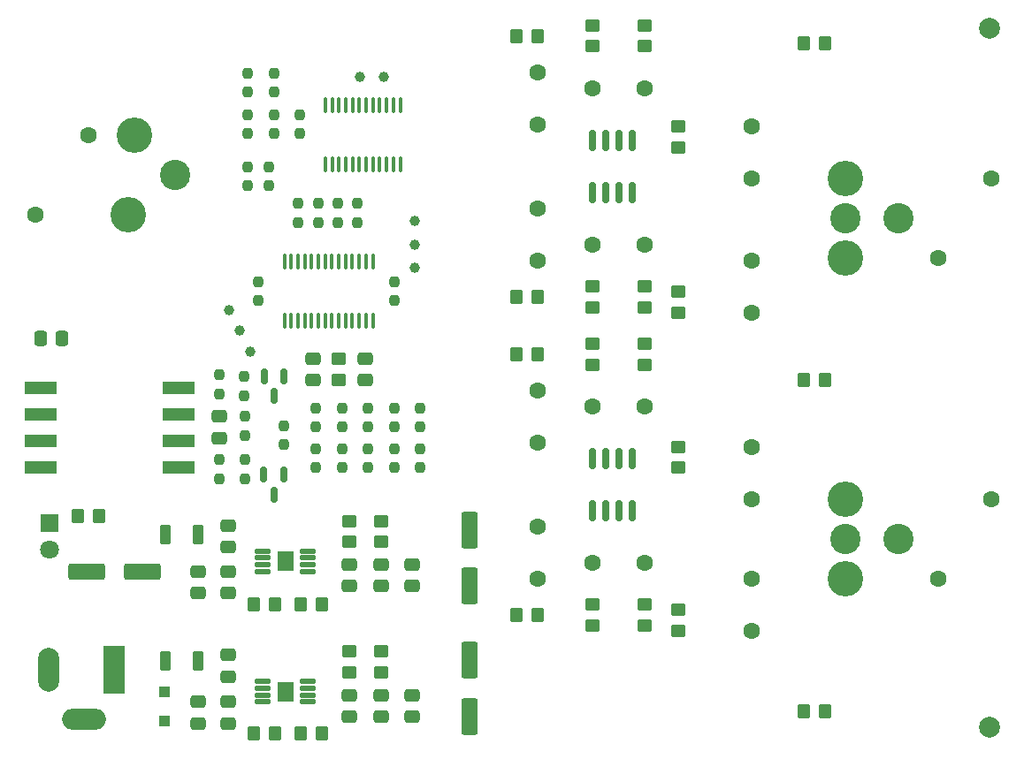
<source format=gbr>
%TF.GenerationSoftware,KiCad,Pcbnew,8.0.2*%
%TF.CreationDate,2025-04-13T16:48:02+02:00*%
%TF.ProjectId,AES-DAC,4145532d-4441-4432-9e6b-696361645f70,rev?*%
%TF.SameCoordinates,Original*%
%TF.FileFunction,Soldermask,Top*%
%TF.FilePolarity,Negative*%
%FSLAX46Y46*%
G04 Gerber Fmt 4.6, Leading zero omitted, Abs format (unit mm)*
G04 Created by KiCad (PCBNEW 8.0.2) date 2025-04-13 16:48:02*
%MOMM*%
%LPD*%
G01*
G04 APERTURE LIST*
G04 Aperture macros list*
%AMRoundRect*
0 Rectangle with rounded corners*
0 $1 Rounding radius*
0 $2 $3 $4 $5 $6 $7 $8 $9 X,Y pos of 4 corners*
0 Add a 4 corners polygon primitive as box body*
4,1,4,$2,$3,$4,$5,$6,$7,$8,$9,$2,$3,0*
0 Add four circle primitives for the rounded corners*
1,1,$1+$1,$2,$3*
1,1,$1+$1,$4,$5*
1,1,$1+$1,$6,$7*
1,1,$1+$1,$8,$9*
0 Add four rect primitives between the rounded corners*
20,1,$1+$1,$2,$3,$4,$5,0*
20,1,$1+$1,$4,$5,$6,$7,0*
20,1,$1+$1,$6,$7,$8,$9,0*
20,1,$1+$1,$8,$9,$2,$3,0*%
G04 Aperture macros list end*
%ADD10C,1.600000*%
%ADD11C,2.000000*%
%ADD12RoundRect,0.237500X0.237500X-0.250000X0.237500X0.250000X-0.237500X0.250000X-0.237500X-0.250000X0*%
%ADD13RoundRect,0.250000X-0.450000X0.350000X-0.450000X-0.350000X0.450000X-0.350000X0.450000X0.350000X0*%
%ADD14RoundRect,0.237500X-0.237500X0.250000X-0.237500X-0.250000X0.237500X-0.250000X0.237500X0.250000X0*%
%ADD15RoundRect,0.250000X-0.300000X0.300000X-0.300000X-0.300000X0.300000X-0.300000X0.300000X0.300000X0*%
%ADD16C,1.000000*%
%ADD17RoundRect,0.250000X1.500000X0.550000X-1.500000X0.550000X-1.500000X-0.550000X1.500000X-0.550000X0*%
%ADD18RoundRect,0.250000X-0.350000X-0.450000X0.350000X-0.450000X0.350000X0.450000X-0.350000X0.450000X0*%
%ADD19RoundRect,0.250000X-0.475000X0.337500X-0.475000X-0.337500X0.475000X-0.337500X0.475000X0.337500X0*%
%ADD20C,3.400000*%
%ADD21C,2.900000*%
%ADD22RoundRect,0.250000X0.475000X-0.337500X0.475000X0.337500X-0.475000X0.337500X-0.475000X-0.337500X0*%
%ADD23RoundRect,0.100000X0.100000X-0.637500X0.100000X0.637500X-0.100000X0.637500X-0.100000X-0.637500X0*%
%ADD24RoundRect,0.250000X0.337500X0.475000X-0.337500X0.475000X-0.337500X-0.475000X0.337500X-0.475000X0*%
%ADD25RoundRect,0.250000X0.450000X-0.350000X0.450000X0.350000X-0.450000X0.350000X-0.450000X-0.350000X0*%
%ADD26RoundRect,0.150000X0.150000X-0.825000X0.150000X0.825000X-0.150000X0.825000X-0.150000X-0.825000X0*%
%ADD27RoundRect,0.250000X-0.275000X-0.700000X0.275000X-0.700000X0.275000X0.700000X-0.275000X0.700000X0*%
%ADD28RoundRect,0.125000X0.600000X0.125000X-0.600000X0.125000X-0.600000X-0.125000X0.600000X-0.125000X0*%
%ADD29R,1.570000X1.890000*%
%ADD30RoundRect,0.100000X-0.100000X0.637500X-0.100000X-0.637500X0.100000X-0.637500X0.100000X0.637500X0*%
%ADD31R,3.048000X1.270000*%
%ADD32RoundRect,0.250000X0.550000X-1.500000X0.550000X1.500000X-0.550000X1.500000X-0.550000X-1.500000X0*%
%ADD33R,2.000000X4.600000*%
%ADD34O,2.000000X4.200000*%
%ADD35O,4.200000X2.000000*%
%ADD36RoundRect,0.150000X-0.150000X0.587500X-0.150000X-0.587500X0.150000X-0.587500X0.150000X0.587500X0*%
%ADD37R,1.800000X1.800000*%
%ADD38C,1.800000*%
%ADD39RoundRect,0.250000X0.350000X0.450000X-0.350000X0.450000X-0.350000X-0.450000X0.350000X-0.450000X0*%
G04 APERTURE END LIST*
D10*
%TO.C,C3*%
X91500000Y-68390000D03*
X91500000Y-63390000D03*
%TD*%
D11*
%TO.C,J4*%
X114250000Y-90250000D03*
%TD*%
D12*
%TO.C,R17*%
X45775000Y-29375000D03*
X45775000Y-27550000D03*
%TD*%
D13*
%TO.C,R2*%
X76230000Y-53500000D03*
X76230000Y-55500000D03*
%TD*%
D10*
%TO.C,C28*%
X91500000Y-45500000D03*
X91500000Y-50500000D03*
%TD*%
D14*
%TO.C,R28*%
X48275000Y-31550000D03*
X48275000Y-33375000D03*
%TD*%
D15*
%TO.C,D6*%
X35250000Y-86850000D03*
X35250000Y-89650000D03*
%TD*%
D16*
%TO.C,TP3*%
X53953708Y-27962500D03*
%TD*%
D13*
%TO.C,R40*%
X76230000Y-23000000D03*
X76230000Y-25000000D03*
%TD*%
D17*
%TO.C,C34*%
X33200000Y-75375000D03*
X27800000Y-75375000D03*
%TD*%
D18*
%TO.C,R41*%
X69000000Y-24000000D03*
X71000000Y-24000000D03*
%TD*%
D16*
%TO.C,TP5*%
X59250000Y-41750000D03*
%TD*%
D12*
%TO.C,R21*%
X54775000Y-61462500D03*
X54775000Y-59637500D03*
%TD*%
D19*
%TO.C,R4*%
X40500000Y-60462500D03*
X40500000Y-62537500D03*
%TD*%
D18*
%TO.C,R58*%
X43850000Y-90855000D03*
X45850000Y-90855000D03*
%TD*%
D16*
%TO.C,TP1*%
X43500000Y-54250000D03*
%TD*%
D12*
%TO.C,R34*%
X44275000Y-49375000D03*
X44275000Y-47550000D03*
%TD*%
%TO.C,R6*%
X53775000Y-41875000D03*
X53775000Y-40050000D03*
%TD*%
D10*
%TO.C,J3*%
X109390000Y-45310000D03*
X114470000Y-37690000D03*
D20*
X100500000Y-45310000D03*
X100500000Y-37690000D03*
D21*
X100500000Y-41500000D03*
X105580000Y-41500000D03*
%TD*%
D10*
%TO.C,J1*%
X28000000Y-33500000D03*
X22920000Y-41120000D03*
D20*
X31810000Y-41120000D03*
X32445000Y-33500000D03*
D21*
X36260000Y-37310000D03*
%TD*%
D12*
%TO.C,R14*%
X43275000Y-38375000D03*
X43275000Y-36550000D03*
%TD*%
D22*
%TO.C,C35*%
X38500000Y-77375000D03*
X38500000Y-75300000D03*
%TD*%
D14*
%TO.C,R32*%
X42862500Y-56637500D03*
X42862500Y-58462500D03*
%TD*%
D10*
%TO.C,C29*%
X71000000Y-40500000D03*
X71000000Y-45500000D03*
%TD*%
D13*
%TO.C,R8*%
X81230000Y-53500000D03*
X81230000Y-55500000D03*
%TD*%
D23*
%TO.C,U3*%
X50700000Y-36325000D03*
X51350000Y-36325000D03*
X52000000Y-36325000D03*
X52650000Y-36325000D03*
X53300000Y-36325000D03*
X53950000Y-36325000D03*
X54600000Y-36325000D03*
X55250000Y-36325000D03*
X55900000Y-36325000D03*
X56550000Y-36325000D03*
X57200000Y-36325000D03*
X57850000Y-36325000D03*
X57850000Y-30600000D03*
X57200000Y-30600000D03*
X56550000Y-30600000D03*
X55900000Y-30600000D03*
X55250000Y-30600000D03*
X54600000Y-30600000D03*
X53950000Y-30600000D03*
X53300000Y-30600000D03*
X52650000Y-30600000D03*
X52000000Y-30600000D03*
X51350000Y-30600000D03*
X50700000Y-30600000D03*
%TD*%
D13*
%TO.C,R30*%
X84500000Y-79000000D03*
X84500000Y-81000000D03*
%TD*%
D18*
%TO.C,R50*%
X43850000Y-78470000D03*
X45850000Y-78470000D03*
%TD*%
D10*
%TO.C,J2*%
X109390000Y-76010000D03*
X114470000Y-68390000D03*
D20*
X100500000Y-76010000D03*
X100500000Y-68390000D03*
D21*
X100500000Y-72200000D03*
X105580000Y-72200000D03*
%TD*%
D19*
%TO.C,C41*%
X53000000Y-87150000D03*
X53000000Y-89225000D03*
%TD*%
D24*
%TO.C,C1*%
X25471000Y-53000000D03*
X23396000Y-53000000D03*
%TD*%
D22*
%TO.C,C36*%
X41350000Y-77375000D03*
X41350000Y-75300000D03*
%TD*%
D18*
%TO.C,R7*%
X69000000Y-54500000D03*
X71000000Y-54500000D03*
%TD*%
D16*
%TO.C,TP8*%
X42500000Y-52250000D03*
%TD*%
D12*
%TO.C,R10*%
X49975000Y-41875000D03*
X49975000Y-40050000D03*
%TD*%
%TO.C,R1*%
X40500000Y-58325000D03*
X40500000Y-56500000D03*
%TD*%
D25*
%TO.C,R45*%
X52000000Y-56962500D03*
X52000000Y-54962500D03*
%TD*%
D10*
%TO.C,C12*%
X91500000Y-37690000D03*
X91500000Y-32690000D03*
%TD*%
D11*
%TO.C,J5*%
X114250000Y-23250000D03*
%TD*%
D10*
%TO.C,C8*%
X91500000Y-76000000D03*
X91500000Y-81000000D03*
%TD*%
D13*
%TO.C,R59*%
X56000000Y-83000000D03*
X56000000Y-85000000D03*
%TD*%
D16*
%TO.C,TP7*%
X41500000Y-50250000D03*
%TD*%
D26*
%TO.C,U5*%
X76230000Y-38975000D03*
X77500000Y-38975000D03*
X78770000Y-38975000D03*
X80040000Y-38975000D03*
X80040000Y-34025000D03*
X78770000Y-34025000D03*
X77500000Y-34025000D03*
X76230000Y-34025000D03*
%TD*%
D14*
%TO.C,R26*%
X43275000Y-31550000D03*
X43275000Y-33375000D03*
%TD*%
D13*
%TO.C,R48*%
X84500000Y-48500000D03*
X84500000Y-50500000D03*
%TD*%
D18*
%TO.C,R54*%
X48350000Y-78470000D03*
X50350000Y-78470000D03*
%TD*%
D12*
%TO.C,R38*%
X54775000Y-65375000D03*
X54775000Y-63550000D03*
%TD*%
%TO.C,R33*%
X57275000Y-49375000D03*
X57275000Y-47550000D03*
%TD*%
D27*
%TO.C,L2*%
X35350000Y-83855000D03*
X38500000Y-83855000D03*
%TD*%
D25*
%TO.C,R44*%
X76230000Y-50000000D03*
X76230000Y-48000000D03*
%TD*%
D19*
%TO.C,C31*%
X53015000Y-74650000D03*
X53015000Y-76725000D03*
%TD*%
D25*
%TO.C,R24*%
X81230000Y-80500000D03*
X81230000Y-78500000D03*
%TD*%
D13*
%TO.C,R61*%
X53000000Y-83000000D03*
X53000000Y-85000000D03*
%TD*%
D19*
%TO.C,C44*%
X56000000Y-87150000D03*
X56000000Y-89225000D03*
%TD*%
D10*
%TO.C,C9*%
X71000000Y-71000000D03*
X71000000Y-76000000D03*
%TD*%
D14*
%TO.C,R27*%
X45775000Y-31550000D03*
X45775000Y-33375000D03*
%TD*%
%TO.C,R5*%
X40500000Y-64587500D03*
X40500000Y-66412500D03*
%TD*%
D10*
%TO.C,C4*%
X71000000Y-63000000D03*
X71000000Y-58000000D03*
%TD*%
D27*
%TO.C,L1*%
X35350000Y-71750000D03*
X38500000Y-71750000D03*
%TD*%
D22*
%TO.C,C25*%
X54500000Y-57000000D03*
X54500000Y-54925000D03*
%TD*%
D28*
%TO.C,U7*%
X49000000Y-87800000D03*
X49000000Y-87150000D03*
X49000000Y-86500000D03*
X49000000Y-85850000D03*
X44700000Y-85850000D03*
X44700000Y-86500000D03*
X44700000Y-87150000D03*
X44700000Y-87800000D03*
D29*
X46850000Y-86825000D03*
%TD*%
D13*
%TO.C,R55*%
X53000000Y-70500000D03*
X53000000Y-72500000D03*
%TD*%
D30*
%TO.C,U1*%
X55225000Y-45600000D03*
X54575000Y-45600000D03*
X53925000Y-45600000D03*
X53275000Y-45600000D03*
X52625000Y-45600000D03*
X51975000Y-45600000D03*
X51325000Y-45600000D03*
X50675000Y-45600000D03*
X50025000Y-45600000D03*
X49375000Y-45600000D03*
X48725000Y-45600000D03*
X48075000Y-45600000D03*
X47425000Y-45600000D03*
X46775000Y-45600000D03*
X46775000Y-51325000D03*
X47425000Y-51325000D03*
X48075000Y-51325000D03*
X48725000Y-51325000D03*
X49375000Y-51325000D03*
X50025000Y-51325000D03*
X50675000Y-51325000D03*
X51325000Y-51325000D03*
X51975000Y-51325000D03*
X52625000Y-51325000D03*
X53275000Y-51325000D03*
X53925000Y-51325000D03*
X54575000Y-51325000D03*
X55225000Y-51325000D03*
%TD*%
D16*
%TO.C,TP6*%
X56275000Y-27962500D03*
%TD*%
D31*
%TO.C,T1*%
X23396000Y-57690000D03*
X23396000Y-60230000D03*
X23396000Y-62770000D03*
X23396000Y-65310000D03*
X36604000Y-65310000D03*
X36604000Y-62770000D03*
X36604000Y-60230000D03*
X36604000Y-57690000D03*
%TD*%
D10*
%TO.C,C2*%
X76230000Y-59500000D03*
X81230000Y-59500000D03*
%TD*%
D16*
%TO.C,TP9*%
X59250000Y-46250000D03*
%TD*%
D12*
%TO.C,R13*%
X48075000Y-41875000D03*
X48075000Y-40050000D03*
%TD*%
D19*
%TO.C,C38*%
X59000000Y-74650000D03*
X59000000Y-76725000D03*
%TD*%
D32*
%TO.C,C39*%
X64500000Y-76725000D03*
X64500000Y-71325000D03*
%TD*%
D12*
%TO.C,R15*%
X45275000Y-38375000D03*
X45275000Y-36550000D03*
%TD*%
D18*
%TO.C,R53*%
X96500000Y-57000000D03*
X98500000Y-57000000D03*
%TD*%
D32*
%TO.C,C46*%
X64500000Y-89225000D03*
X64500000Y-83825000D03*
%TD*%
D18*
%TO.C,R23*%
X69000000Y-79500000D03*
X71000000Y-79500000D03*
%TD*%
%TO.C,R60*%
X48350000Y-90855000D03*
X50350000Y-90855000D03*
%TD*%
D19*
%TO.C,C45*%
X59000000Y-87150000D03*
X59000000Y-89225000D03*
%TD*%
D28*
%TO.C,U6*%
X49015000Y-75300000D03*
X49015000Y-74650000D03*
X49015000Y-74000000D03*
X49015000Y-73350000D03*
X44715000Y-73350000D03*
X44715000Y-74000000D03*
X44715000Y-74650000D03*
X44715000Y-75300000D03*
D29*
X46865000Y-74325000D03*
%TD*%
D22*
%TO.C,C43*%
X41350000Y-89875000D03*
X41350000Y-87800000D03*
%TD*%
D25*
%TO.C,R47*%
X81230000Y-50000000D03*
X81230000Y-48000000D03*
%TD*%
D33*
%TO.C,J6*%
X30500000Y-84700000D03*
D34*
X24200000Y-84700000D03*
D35*
X27600000Y-89500000D03*
%TD*%
D12*
%TO.C,R20*%
X57275000Y-61462500D03*
X57275000Y-59637500D03*
%TD*%
D25*
%TO.C,R16*%
X76230000Y-80500000D03*
X76230000Y-78500000D03*
%TD*%
D10*
%TO.C,C11*%
X76230000Y-29000000D03*
X81230000Y-29000000D03*
%TD*%
D12*
%TO.C,R18*%
X49775000Y-61462500D03*
X49775000Y-59637500D03*
%TD*%
D14*
%TO.C,R3*%
X43000000Y-60462500D03*
X43000000Y-62287500D03*
%TD*%
D19*
%TO.C,C37*%
X56000000Y-74650000D03*
X56000000Y-76725000D03*
%TD*%
D36*
%TO.C,U4*%
X46725000Y-56587500D03*
X44825000Y-56587500D03*
X45775000Y-58462500D03*
%TD*%
D12*
%TO.C,R12*%
X51875000Y-41875000D03*
X51875000Y-40050000D03*
%TD*%
%TO.C,R35*%
X49775000Y-65375000D03*
X49775000Y-63550000D03*
%TD*%
D10*
%TO.C,C7*%
X76230000Y-74500000D03*
X81230000Y-74500000D03*
%TD*%
D12*
%TO.C,R39*%
X59775000Y-65375000D03*
X59775000Y-63550000D03*
%TD*%
D19*
%TO.C,C47*%
X41350000Y-83317500D03*
X41350000Y-85392500D03*
%TD*%
D14*
%TO.C,R25*%
X43275000Y-27550000D03*
X43275000Y-29375000D03*
%TD*%
D25*
%TO.C,R43*%
X84500000Y-34690000D03*
X84500000Y-32690000D03*
%TD*%
D12*
%TO.C,R19*%
X52275000Y-61462500D03*
X52275000Y-59637500D03*
%TD*%
D18*
%TO.C,R49*%
X96500000Y-24750000D03*
X98500000Y-24750000D03*
%TD*%
D22*
%TO.C,C42*%
X38500000Y-89875000D03*
X38500000Y-87800000D03*
%TD*%
D19*
%TO.C,C27*%
X49500000Y-54925000D03*
X49500000Y-57000000D03*
%TD*%
D10*
%TO.C,C13*%
X71000000Y-32500000D03*
X71000000Y-27500000D03*
%TD*%
D19*
%TO.C,C40*%
X41350000Y-70932500D03*
X41350000Y-73007500D03*
%TD*%
D12*
%TO.C,R22*%
X59775000Y-61462500D03*
X59775000Y-59637500D03*
%TD*%
D13*
%TO.C,R51*%
X56000000Y-70500000D03*
X56000000Y-72500000D03*
%TD*%
D37*
%TO.C,D5*%
X24250000Y-70710000D03*
D38*
X24250000Y-73250000D03*
%TD*%
D12*
%TO.C,R9*%
X43000000Y-66412500D03*
X43000000Y-64587500D03*
%TD*%
D18*
%TO.C,R46*%
X69000000Y-49000000D03*
X71000000Y-49000000D03*
%TD*%
D12*
%TO.C,R37*%
X57275000Y-65375000D03*
X57275000Y-63550000D03*
%TD*%
D16*
%TO.C,TP2*%
X59250000Y-44000000D03*
%TD*%
D26*
%TO.C,U2*%
X76230000Y-69475000D03*
X77500000Y-69475000D03*
X78770000Y-69475000D03*
X80040000Y-69475000D03*
X80040000Y-64525000D03*
X78770000Y-64525000D03*
X77500000Y-64525000D03*
X76230000Y-64525000D03*
%TD*%
D12*
%TO.C,R36*%
X52275000Y-65375000D03*
X52275000Y-63550000D03*
%TD*%
%TO.C,R57*%
X46700000Y-63162500D03*
X46700000Y-61337500D03*
%TD*%
D25*
%TO.C,R11*%
X84500000Y-65390000D03*
X84500000Y-63390000D03*
%TD*%
D13*
%TO.C,R42*%
X81230000Y-23000000D03*
X81230000Y-25000000D03*
%TD*%
D18*
%TO.C,R52*%
X96500000Y-88750000D03*
X98500000Y-88750000D03*
%TD*%
D36*
%TO.C,Q1*%
X46700000Y-66062500D03*
X44800000Y-66062500D03*
X45750000Y-67937500D03*
%TD*%
D39*
%TO.C,R56*%
X29000000Y-70000000D03*
X27000000Y-70000000D03*
%TD*%
D10*
%TO.C,C26*%
X76230000Y-44000000D03*
X81230000Y-44000000D03*
%TD*%
M02*

</source>
